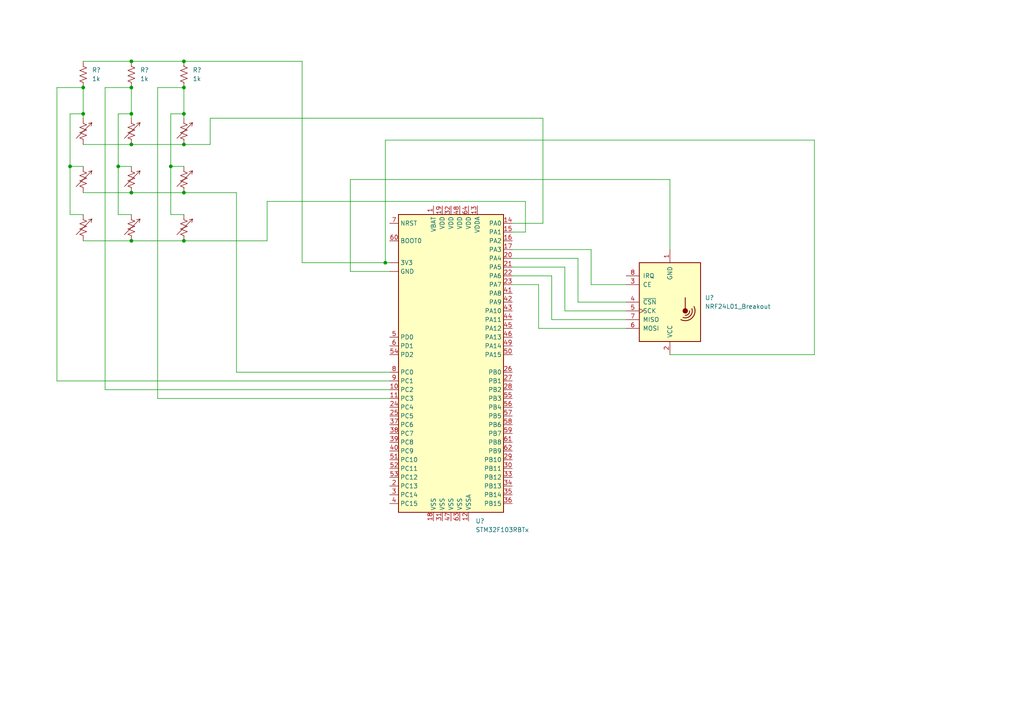
<source format=kicad_sch>
(kicad_sch (version 20211123) (generator eeschema)
  (paper "A4")
  (lib_symbols
    (symbol "Device:R_US" (pin_numbers hide) (pin_names (offset 0))
      (property "Reference" "R" (at 2.54 0 90))
      (property "Value" "R_US" (at -2.54 0 90))
      (symbol "R_US_0_1"
        (polyline (pts (xy 0 -2.286) (xy 0 -2.54)))
        (polyline (pts (xy 0 2.286) (xy 0 2.54)))
        (polyline (pts (xy 0 -0.762) (xy 1.016 -1.143) (xy 0 -1.524) (xy -1.016 -1.905) (xy 0 -2.286)))
        (polyline (pts (xy 0 0.762) (xy 1.016 0.381) (xy 0 0) (xy -1.016 -0.381) (xy 0 -0.762)))
        (polyline (pts (xy 0 2.286) (xy 1.016 1.905) (xy 0 1.524) (xy -1.016 1.143) (xy 0 0.762)))
      )
      (symbol "R_US_1_1"
        (pin passive line (at 0 3.81 270) (length 1.27) (name "~") (number "1"))
        (pin passive line (at 0 -3.81 90) (length 1.27) (name "~") (number "2"))
      )
    )
    (symbol "Device:R_Variable_US" (pin_numbers hide) (pin_names (offset 0))
      (property "Reference" "R" (at 2.54 -2.54 90))
      (property "Value" "R_Variable_US" (at -2.54 -1.27 90))
      (symbol "R_Variable_US_0_1"
        (polyline (pts (xy 0 -2.286) (xy 0 -2.54)))
        (polyline (pts (xy 0 2.286) (xy 0 2.54)))
        (polyline (pts (xy 0 -0.762) (xy 1.016 -1.143) (xy 0 -1.524) (xy -1.016 -1.905) (xy 0 -2.286)))
        (polyline (pts (xy 0 0.762) (xy 1.016 0.381) (xy 0 0) (xy -1.016 -0.381) (xy 0 -0.762)))
        (polyline (pts (xy 0 2.286) (xy 1.016 1.905) (xy 0 1.524) (xy -1.016 1.143) (xy 0 0.762)) (stroke (width 0.1524)))
        (polyline (pts (xy 2.286 1.524) (xy 2.54 2.54) (xy 1.524 2.286) (xy 2.54 2.54) (xy -2.032 -2.032)) (stroke (width 0.1524)))
      )
      (symbol "R_Variable_US_1_1"
        (pin passive line (at 0 3.81 270) (length 1.27) (name "~") (number "1"))
        (pin passive line (at 0 -3.81 90) (length 1.27) (name "~") (number "2"))
      )
    )
    (symbol "MCU_ST_STM32F1:STM32F103RBTx"
      (property "Reference" "U?" (at 7.0994 -45.72 0))
      (property "Value" "STM32F103RBTx" (at 7.0994 -48.26 0))
      (symbol "STM32F103RBTx_0_1"
        (rectangle (start -15.24 -43.18) (end 15.24 43.18) (stroke (width 0.254)) (fill (type background)))
      )
      (symbol "STM32F103RBTx_1_1"
        (pin power_out line (at -17.78 29.21 0) (length 2.54) (name "3V3") (number ""))
        (pin power_out line (at -17.78 26.67 0) (length 2.54) (name "GND") (number ""))
        (pin power_in line (at -5.08 45.72 270) (length 2.54) (name "VBAT") (number "1"))
        (pin bidirectional line (at -17.78 -7.62 0) (length 2.54) (name "PC2") (number "10"))
        (pin bidirectional line (at -17.78 -10.16 0) (length 2.54) (name "PC3") (number "11"))
        (pin power_in line (at 5.08 -45.72 90) (length 2.54) (name "VSSA") (number "12"))
        (pin power_in line (at 7.62 45.72 270) (length 2.54) (name "VDDA") (number "13"))
        (pin bidirectional line (at 17.78 40.64 180) (length 2.54) (name "PA0") (number "14"))
        (pin bidirectional line (at 17.78 38.1 180) (length 2.54) (name "PA1") (number "15"))
        (pin bidirectional line (at 17.78 35.56 180) (length 2.54) (name "PA2") (number "16"))
        (pin bidirectional line (at 17.78 33.02 180) (length 2.54) (name "PA3") (number "17"))
        (pin power_in line (at -5.08 -45.72 90) (length 2.54) (name "VSS") (number "18"))
        (pin power_in line (at -2.54 45.72 270) (length 2.54) (name "VDD") (number "19"))
        (pin bidirectional line (at -17.78 -35.56 0) (length 2.54) (name "PC13") (number "2"))
        (pin bidirectional line (at 17.78 30.48 180) (length 2.54) (name "PA4") (number "20"))
        (pin bidirectional line (at 17.78 27.94 180) (length 2.54) (name "PA5") (number "21"))
        (pin bidirectional line (at 17.78 25.4 180) (length 2.54) (name "PA6") (number "22"))
        (pin bidirectional line (at 17.78 22.86 180) (length 2.54) (name "PA7") (number "23"))
        (pin bidirectional line (at -17.78 -12.7 0) (length 2.54) (name "PC4") (number "24"))
        (pin bidirectional line (at -17.78 -15.24 0) (length 2.54) (name "PC5") (number "25"))
        (pin bidirectional line (at 17.78 -2.54 180) (length 2.54) (name "PB0") (number "26"))
        (pin bidirectional line (at 17.78 -5.08 180) (length 2.54) (name "PB1") (number "27"))
        (pin bidirectional line (at 17.78 -7.62 180) (length 2.54) (name "PB2") (number "28"))
        (pin bidirectional line (at 17.78 -27.94 180) (length 2.54) (name "PB10") (number "29"))
        (pin bidirectional line (at -17.78 -38.1 0) (length 2.54) (name "PC14") (number "3"))
        (pin bidirectional line (at 17.78 -30.48 180) (length 2.54) (name "PB11") (number "30"))
        (pin power_in line (at -2.54 -45.72 90) (length 2.54) (name "VSS") (number "31"))
        (pin power_in line (at 0 45.72 270) (length 2.54) (name "VDD") (number "32"))
        (pin bidirectional line (at 17.78 -33.02 180) (length 2.54) (name "PB12") (number "33"))
        (pin bidirectional line (at 17.78 -35.56 180) (length 2.54) (name "PB13") (number "34"))
        (pin bidirectional line (at 17.78 -38.1 180) (length 2.54) (name "PB14") (number "35"))
        (pin bidirectional line (at 17.78 -40.64 180) (length 2.54) (name "PB15") (number "36"))
        (pin bidirectional line (at -17.78 -17.78 0) (length 2.54) (name "PC6") (number "37"))
        (pin bidirectional line (at -17.78 -20.32 0) (length 2.54) (name "PC7") (number "38"))
        (pin bidirectional line (at -17.78 -22.86 0) (length 2.54) (name "PC8") (number "39"))
        (pin bidirectional line (at -17.78 -40.64 0) (length 2.54) (name "PC15") (number "4"))
        (pin bidirectional line (at -17.78 -25.4 0) (length 2.54) (name "PC9") (number "40"))
        (pin bidirectional line (at 17.78 20.32 180) (length 2.54) (name "PA8") (number "41"))
        (pin bidirectional line (at 17.78 17.78 180) (length 2.54) (name "PA9") (number "42"))
        (pin bidirectional line (at 17.78 15.24 180) (length 2.54) (name "PA10") (number "43"))
        (pin bidirectional line (at 17.78 12.7 180) (length 2.54) (name "PA11") (number "44"))
        (pin bidirectional line (at 17.78 10.16 180) (length 2.54) (name "PA12") (number "45"))
        (pin bidirectional line (at 17.78 7.62 180) (length 2.54) (name "PA13") (number "46"))
        (pin power_in line (at 0 -45.72 90) (length 2.54) (name "VSS") (number "47"))
        (pin power_in line (at 2.54 45.72 270) (length 2.54) (name "VDD") (number "48"))
        (pin bidirectional line (at 17.78 5.08 180) (length 2.54) (name "PA14") (number "49"))
        (pin input line (at -17.78 7.62 0) (length 2.54) (name "PD0") (number "5"))
        (pin bidirectional line (at 17.78 2.54 180) (length 2.54) (name "PA15") (number "50"))
        (pin bidirectional line (at -17.78 -27.94 0) (length 2.54) (name "PC10") (number "51"))
        (pin bidirectional line (at -17.78 -30.48 0) (length 2.54) (name "PC11") (number "52"))
        (pin bidirectional line (at -17.78 -33.02 0) (length 2.54) (name "PC12") (number "53"))
        (pin bidirectional line (at -17.78 2.54 0) (length 2.54) (name "PD2") (number "54"))
        (pin bidirectional line (at 17.78 -10.16 180) (length 2.54) (name "PB3") (number "55"))
        (pin bidirectional line (at 17.78 -12.7 180) (length 2.54) (name "PB4") (number "56"))
        (pin bidirectional line (at 17.78 -15.24 180) (length 2.54) (name "PB5") (number "57"))
        (pin bidirectional line (at 17.78 -17.78 180) (length 2.54) (name "PB6") (number "58"))
        (pin bidirectional line (at 17.78 -20.32 180) (length 2.54) (name "PB7") (number "59"))
        (pin input line (at -17.78 5.08 0) (length 2.54) (name "PD1") (number "6"))
        (pin input line (at -17.78 35.56 0) (length 2.54) (name "BOOT0") (number "60"))
        (pin bidirectional line (at 17.78 -22.86 180) (length 2.54) (name "PB8") (number "61"))
        (pin bidirectional line (at 17.78 -25.4 180) (length 2.54) (name "PB9") (number "62"))
        (pin power_in line (at 2.54 -45.72 90) (length 2.54) (name "VSS") (number "63"))
        (pin power_in line (at 5.08 45.72 270) (length 2.54) (name "VDD") (number "64"))
        (pin input line (at -17.78 40.64 0) (length 2.54) (name "NRST") (number "7"))
        (pin bidirectional line (at -17.78 -2.54 0) (length 2.54) (name "PC0") (number "8"))
        (pin bidirectional line (at -17.78 -5.08 0) (length 2.54) (name "PC1") (number "9"))
      )
    )
    (symbol "RF:NRF24L01_Breakout" (pin_names (offset 1.016))
      (property "Reference" "U" (at -8.89 12.7 0))
      (property "Value" "NRF24L01_Breakout" (at 3.81 12.7 0))
      (symbol "NRF24L01_Breakout_0_1"
        (rectangle (start -8.89 11.43) (end 8.89 -11.43) (stroke (width 0.254)) (fill (type background)))
        (polyline (pts (xy 4.445 1.905) (xy 4.445 -1.27)) (stroke (width 0.254)))
        (circle (center 4.445 2.54) (radius 0.635) (stroke (width 0.254)) (fill (type outline)))
        (arc (start 5.715 2.54) (mid 5.3521 3.4546) (end 4.445 3.81) (stroke (width 0.254)))
        (arc (start 6.35 1.905) (mid 5.8763 3.9854) (end 3.81 4.445) (stroke (width 0.254)))
        (arc (start 6.985 1.27) (mid 6.453 4.548) (end 3.175 5.08) (stroke (width 0.254)))
      )
      (symbol "NRF24L01_Breakout_1_1"
        (pin power_in line (at 0 -15.24 90) (length 3.81) (name "GND") (number "1"))
        (pin power_in line (at 0 15.24 270) (length 3.81) (name "VCC") (number "2"))
        (pin input line (at -12.7 -5.08 0) (length 3.81) (name "CE") (number "3"))
        (pin input line (at -12.7 0 0) (length 3.81) (name "~{CSN}") (number "4"))
        (pin input clock (at -12.7 2.54 0) (length 3.81) (name "SCK") (number "5"))
        (pin input line (at -12.7 7.62 0) (length 3.81) (name "MOSI") (number "6"))
        (pin output line (at -12.7 5.08 0) (length 3.81) (name "MISO") (number "7"))
        (pin output line (at -12.7 -7.62 0) (length 3.81) (name "IRQ") (number "8"))
      )
    )
  )
  (junction (at 53.34 41.91))
  (junction (at 24.13 25.4))
  (junction (at 38.1 17.78))
  (junction (at 34.29 48.26))
  (junction (at 53.34 25.4))
  (junction (at 20.32 48.26))
  (junction (at 53.34 55.88))
  (junction (at 38.1 69.85))
  (junction (at 111.76 76.2))
  (junction (at 38.1 25.4))
  (junction (at 53.34 69.85))
  (junction (at 38.1 33.02))
  (junction (at 24.13 33.02))
  (junction (at 38.1 55.88))
  (junction (at 53.34 17.78))
  (junction (at 53.34 33.02))
  (junction (at 49.53 48.26))
  (junction (at 38.1 41.91))
  (wire (pts (xy 68.58 55.88) (xy 53.34 55.88)))
  (wire (pts (xy 38.1 17.78) (xy 24.13 17.78)))
  (wire (pts (xy 53.34 25.4) (xy 53.34 33.02)))
  (wire (pts (xy 167.64 87.63) (xy 181.61 87.63)))
  (wire (pts (xy 53.34 33.02) (xy 53.34 34.29)))
  (wire (pts (xy 113.03 115.57) (xy 45.72 115.57)))
  (wire (pts (xy 60.96 41.91) (xy 53.34 41.91)))
  (wire (pts (xy 68.58 107.95) (xy 68.58 55.88)))
  (wire (pts (xy 24.13 69.85) (xy 38.1 69.85)))
  (wire (pts (xy 38.1 69.85) (xy 53.34 69.85)))
  (wire (pts (xy 24.13 33.02) (xy 24.13 34.29)))
  (wire (pts (xy 148.59 64.77) (xy 157.48 64.77)))
  (wire (pts (xy 60.96 34.29) (xy 157.48 34.29)))
  (wire (pts (xy 111.76 76.2) (xy 113.03 76.2)))
  (wire (pts (xy 20.32 33.02) (xy 24.13 33.02)))
  (wire (pts (xy 194.31 72.39) (xy 194.31 52.07)))
  (wire (pts (xy 24.13 48.26) (xy 20.32 48.26)))
  (wire (pts (xy 148.59 80.01) (xy 160.02 80.01)))
  (wire (pts (xy 38.1 25.4) (xy 38.1 33.02)))
  (wire (pts (xy 163.83 77.47) (xy 163.83 90.17)))
  (wire (pts (xy 45.72 25.4) (xy 53.34 25.4)))
  (wire (pts (xy 38.1 62.23) (xy 34.29 62.23)))
  (wire (pts (xy 194.31 52.07) (xy 101.6 52.07)))
  (wire (pts (xy 38.1 41.91) (xy 53.34 41.91)))
  (wire (pts (xy 152.4 67.31) (xy 148.59 67.31)))
  (wire (pts (xy 60.96 34.29) (xy 60.96 41.91)))
  (wire (pts (xy 171.45 72.39) (xy 171.45 82.55)))
  (wire (pts (xy 87.63 17.78) (xy 87.63 76.2)))
  (wire (pts (xy 167.64 74.93) (xy 167.64 87.63)))
  (wire (pts (xy 160.02 80.01) (xy 160.02 92.71)))
  (wire (pts (xy 16.51 110.49) (xy 113.03 110.49)))
  (wire (pts (xy 16.51 25.4) (xy 24.13 25.4)))
  (wire (pts (xy 30.48 113.03) (xy 30.48 25.4)))
  (wire (pts (xy 49.53 33.02) (xy 53.34 33.02)))
  (wire (pts (xy 152.4 67.31) (xy 152.4 58.42)))
  (wire (pts (xy 34.29 48.26) (xy 34.29 62.23)))
  (wire (pts (xy 24.13 55.88) (xy 38.1 55.88)))
  (wire (pts (xy 111.76 40.64) (xy 111.76 76.2)))
  (wire (pts (xy 157.48 64.77) (xy 157.48 34.29)))
  (wire (pts (xy 148.59 74.93) (xy 167.64 74.93)))
  (wire (pts (xy 38.1 33.02) (xy 38.1 34.29)))
  (wire (pts (xy 49.53 48.26) (xy 49.53 33.02)))
  (wire (pts (xy 171.45 82.55) (xy 181.61 82.55)))
  (wire (pts (xy 24.13 25.4) (xy 24.13 33.02)))
  (wire (pts (xy 34.29 33.02) (xy 38.1 33.02)))
  (wire (pts (xy 148.59 72.39) (xy 171.45 72.39)))
  (wire (pts (xy 38.1 48.26) (xy 34.29 48.26)))
  (wire (pts (xy 53.34 48.26) (xy 49.53 48.26)))
  (wire (pts (xy 16.51 110.49) (xy 16.51 25.4)))
  (wire (pts (xy 20.32 48.26) (xy 20.32 62.23)))
  (wire (pts (xy 53.34 69.85) (xy 77.47 69.85)))
  (wire (pts (xy 101.6 78.74) (xy 113.03 78.74)))
  (wire (pts (xy 148.59 82.55) (xy 156.21 82.55)))
  (wire (pts (xy 156.21 95.25) (xy 181.61 95.25)))
  (wire (pts (xy 20.32 33.02) (xy 20.32 48.26)))
  (wire (pts (xy 160.02 92.71) (xy 181.61 92.71)))
  (wire (pts (xy 30.48 25.4) (xy 38.1 25.4)))
  (wire (pts (xy 101.6 52.07) (xy 101.6 78.74)))
  (wire (pts (xy 156.21 95.25) (xy 156.21 82.55)))
  (wire (pts (xy 113.03 113.03) (xy 30.48 113.03)))
  (wire (pts (xy 34.29 48.26) (xy 34.29 33.02)))
  (wire (pts (xy 45.72 115.57) (xy 45.72 25.4)))
  (wire (pts (xy 148.59 77.47) (xy 163.83 77.47)))
  (wire (pts (xy 152.4 58.42) (xy 77.47 58.42)))
  (wire (pts (xy 38.1 55.88) (xy 53.34 55.88)))
  (wire (pts (xy 87.63 76.2) (xy 111.76 76.2)))
  (wire (pts (xy 236.22 102.87) (xy 236.22 40.64)))
  (wire (pts (xy 68.58 107.95) (xy 113.03 107.95)))
  (wire (pts (xy 236.22 40.64) (xy 111.76 40.64)))
  (wire (pts (xy 24.13 62.23) (xy 20.32 62.23)))
  (wire (pts (xy 163.83 90.17) (xy 181.61 90.17)))
  (wire (pts (xy 53.34 17.78) (xy 87.63 17.78)))
  (wire (pts (xy 24.13 41.91) (xy 38.1 41.91)))
  (wire (pts (xy 53.34 17.78) (xy 38.1 17.78)))
  (wire (pts (xy 49.53 62.23) (xy 49.53 48.26)))
  (wire (pts (xy 194.31 102.87) (xy 236.22 102.87)))
  (wire (pts (xy 77.47 58.42) (xy 77.47 69.85)))
  (wire (pts (xy 53.34 62.23) (xy 49.53 62.23)))
  (symbol (lib_id "Device:R_Variable_US") (at 24.13 38.1 0) (unit 1)
    (property "Reference" "R?" (effects hide))
    (property "Value" "R_Variable_US" (effects hide))
  )
  (symbol (lib_id "Device:R_Variable_US") (at 38.1 52.07 0) (unit 1)
    (property "Reference" "R?" (effects hide))
    (property "Value" "R_Variable_US" (effects hide))
  )
  (symbol (lib_id "Device:R_Variable_US") (at 53.34 38.1 0) (unit 1)
    (property "Reference" "R?" (effects hide))
    (property "Value" "R_Variable_US" (effects hide))
  )
  (symbol (lib_id "Device:R_Variable_US") (at 38.1 38.1 0) (unit 1)
    (property "Reference" "R?" (effects hide))
    (property "Value" "R_Variable_US" (effects hide))
  )
  (symbol (lib_id "RF:NRF24L01_Breakout") (at 194.31 87.63 0) (mirror x) (unit 1)
    (property "Reference" "U?" (at 204.47 86.3599 0) (effects (justify left)))
    (property "Value" "NRF24L01_Breakout" (at 204.47 88.8999 0) (effects (justify left)))
    (property "Footprint" "RF_Module:nRF24L01_Breakout" (effects hide))
    (property "Datasheet" "http://www.nordicsemi.com/eng/content/download/2730/34105/file/nRF24L01_Product_Specification_v2_0.pdf" (effects hide))
  )
  (symbol (lib_id "Device:R_Variable_US") (at 53.34 66.04 0) (unit 1)
    (property "Reference" "R?" (effects hide))
    (property "Value" "R_Variable_US" (effects hide))
  )
  (symbol (lib_id "Device:R_US") (at 53.34 21.59 180) (unit 1)
    (property "Reference" "R?" (at 55.88 20.3199 0) (effects (justify right)))
    (property "Value" "1k" (at 55.88 22.8599 0) (effects (justify right)))
  )
  (symbol (lib_id "Device:R_Variable_US") (at 24.13 66.04 0) (unit 1)
    (property "Reference" "R?" (effects hide))
    (property "Value" "R_Variable_US" (effects hide))
  )
  (symbol (lib_id "MCU_ST_STM32F1:STM32F103RBTx") (at 130.81 105.41 0) (unit 1)
    (property "Reference" "U?" (at 137.9094 151.13 0) (effects (justify left)))
    (property "Value" "STM32F103RBTx" (at 137.9094 153.67 0) (effects (justify left)))
    (property "Footprint" "Package_QFP:LQFP-64_10x10mm_P0.5mm" (effects hide))
    (property "Datasheet" "http://www.st.com/st-web-ui/static/active/en/resource/technical/document/datasheet/CD00161566.pdf" (effects hide))
  )
  (symbol (lib_id "Device:R_Variable_US") (at 24.13 52.07 0) (unit 1)
    (property "Reference" "R?" (effects hide))
    (property "Value" "R_Variable_US" (effects hide))
  )
  (symbol (lib_id "Device:R_US") (at 24.13 21.59 180) (unit 1)
    (property "Reference" "R?" (at 26.67 20.3199 0) (effects (justify right)))
    (property "Value" "1k" (at 26.67 22.8599 0) (effects (justify right)))
  )
  (symbol (lib_id "Device:R_Variable_US") (at 53.34 52.07 0) (unit 1)
    (property "Reference" "R?" (effects hide))
    (property "Value" "R_Variable_US" (effects hide))
  )
  (symbol (lib_id "Device:R_US") (at 38.1 21.59 180) (unit 1)
    (property "Reference" "R?" (at 40.64 20.3199 0) (effects (justify right)))
    (property "Value" "1k" (at 40.64 22.8599 0) (effects (justify right)))
  )
  (symbol (lib_id "Device:R_Variable_US") (at 38.1 66.04 0) (unit 1)
    (property "Reference" "R?" (effects hide))
    (property "Value" "R_Variable_US" (effects hide))
  )
)
</source>
